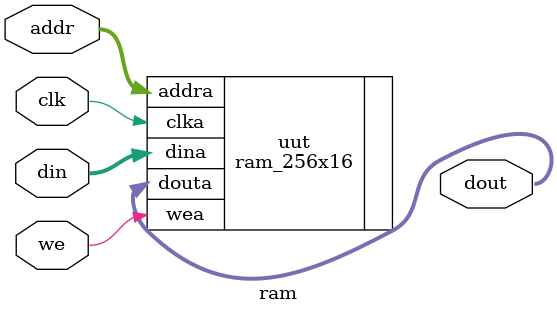
<source format=v>
`timescale 1ns / 1ps

module ram(clk, we, addr, din, dout );
	input clk, we;
	input [7:0] addr;
	input [15:0] din;
	output [15:0] dout;
	
	ram_256x16 uut (
	.clka(clk),
	.wea(we),
	.addra(addr),
	.dina(din),
	.douta(dout)
	);

endmodule

</source>
